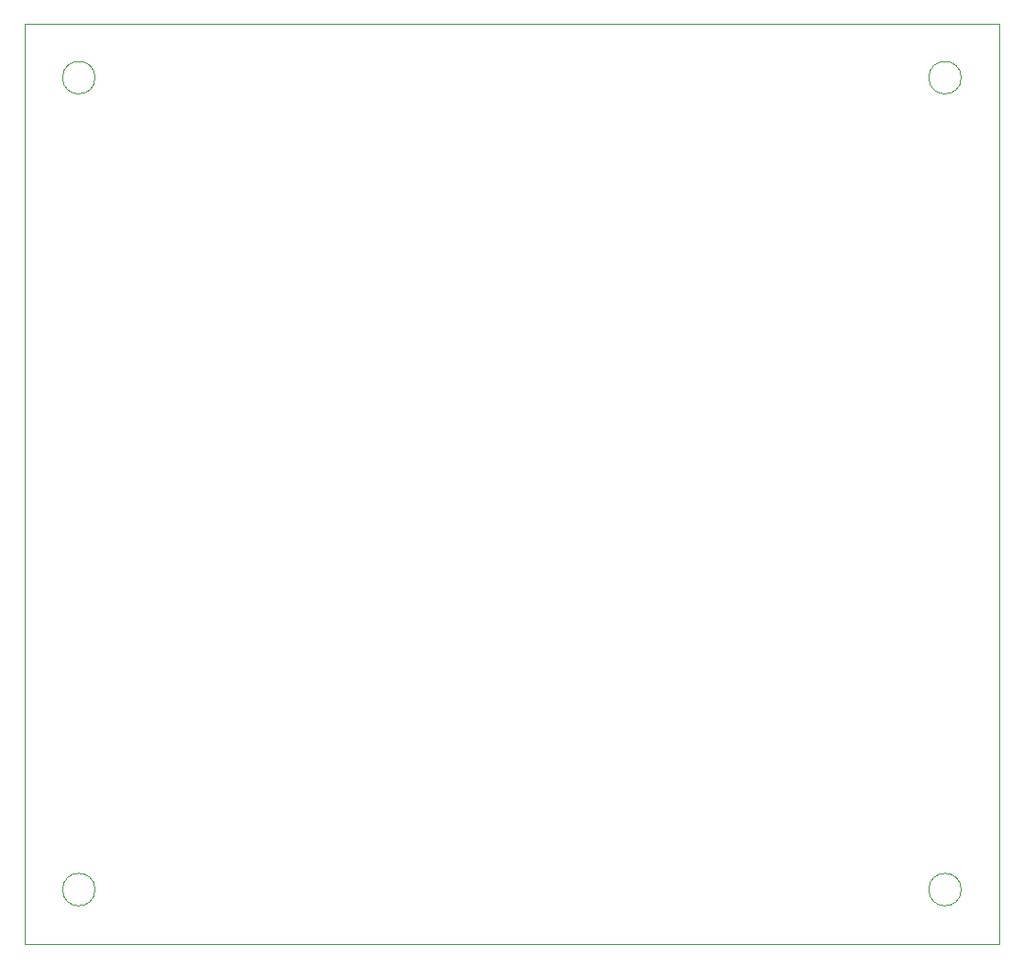
<source format=gbr>
%TF.GenerationSoftware,KiCad,Pcbnew,9.0.3*%
%TF.CreationDate,2026-01-26T07:36:03-05:00*%
%TF.ProjectId,CURRENT-SENSOR,43555252-454e-4542-9d53-454e534f522e,rev?*%
%TF.SameCoordinates,Original*%
%TF.FileFunction,Profile,NP*%
%FSLAX46Y46*%
G04 Gerber Fmt 4.6, Leading zero omitted, Abs format (unit mm)*
G04 Created by KiCad (PCBNEW 9.0.3) date 2026-01-26 07:36:03*
%MOMM*%
%LPD*%
G01*
G04 APERTURE LIST*
%TA.AperFunction,Profile*%
%ADD10C,0.050000*%
%TD*%
G04 APERTURE END LIST*
D10*
X94775000Y-50175000D02*
X184775000Y-50175000D01*
X184775000Y-135175000D01*
X94775000Y-135175000D01*
X94775000Y-50175000D01*
X101275000Y-130175000D02*
G75*
G02*
X98275000Y-130175000I-1500000J0D01*
G01*
X98275000Y-130175000D02*
G75*
G02*
X101275000Y-130175000I1500000J0D01*
G01*
X181275000Y-130175000D02*
G75*
G02*
X178275000Y-130175000I-1500000J0D01*
G01*
X178275000Y-130175000D02*
G75*
G02*
X181275000Y-130175000I1500000J0D01*
G01*
X181275000Y-55175000D02*
G75*
G02*
X178275000Y-55175000I-1500000J0D01*
G01*
X178275000Y-55175000D02*
G75*
G02*
X181275000Y-55175000I1500000J0D01*
G01*
X101275000Y-55175000D02*
G75*
G02*
X98275000Y-55175000I-1500000J0D01*
G01*
X98275000Y-55175000D02*
G75*
G02*
X101275000Y-55175000I1500000J0D01*
G01*
M02*

</source>
